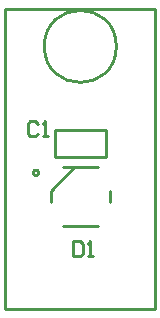
<source format=gto>
%FSLAX25Y25*%
%MOIN*%
G70*
G01*
G75*
G04 Layer_Color=65535*
%ADD10R,0.05000X0.08000*%
%ADD11R,0.05906X0.05906*%
%ADD12C,0.02500*%
%ADD13C,0.04000*%
%ADD14C,0.16500*%
%ADD15C,0.04000*%
%ADD16R,0.17716X0.12205*%
%ADD17C,0.01000*%
D17*
X511221Y645374D02*
G03*
X511221Y645374I-984J0D01*
G01*
X537000Y687500D02*
G03*
X537000Y687500I-12000J0D01*
G01*
X516484Y650484D02*
Y659516D01*
X533516D01*
Y650484D02*
Y659516D01*
X516484Y650484D02*
X533516D01*
X515158Y639468D02*
X523032Y647342D01*
X519095Y627658D02*
X530905D01*
X519095Y647342D02*
X530905D01*
X534842Y635532D02*
Y639468D01*
X515158Y635532D02*
Y639468D01*
X500000Y600000D02*
X550000D01*
Y700000D01*
X500000D02*
X550000D01*
X500000Y600000D02*
Y700000D01*
X522500Y622498D02*
Y617500D01*
X524999D01*
X525832Y618333D01*
Y621665D01*
X524999Y622498D01*
X522500D01*
X527498Y617500D02*
X529165D01*
X528331D01*
Y622498D01*
X527498Y621665D01*
X510832Y661665D02*
X509999Y662498D01*
X508333D01*
X507500Y661665D01*
Y658333D01*
X508333Y657500D01*
X509999D01*
X510832Y658333D01*
X512498Y657500D02*
X514164D01*
X513331D01*
Y662498D01*
X512498Y661665D01*
M02*

</source>
